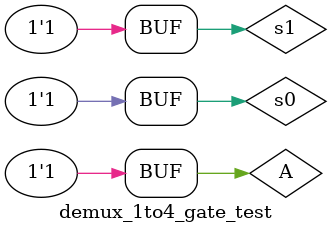
<source format=sv>
module demux_1to4_gate_test;
wire  y3, y2, y1, y0;
  reg s1, s0,A;
  demux_1to4_gate dut(.A(A),
    .s1(s1),
    .s0(s0),
    .y3(y3),
    .y2(y2),
    .y1(y1),
    .y0(y0)
  );
  initial begin
    $monitor("Time=%0t | A=%b S1=%b S0=%b | y3=%b y2=%b y1=%b y0=%b", 
         $time, A, s1, s0, y3, y2, y1, y0);
    A=1'b1;
    for (integer i = 0; i <4; i = i + 1) begin    
      #10; {s1, s0}=i;          
            end
  end
  initial begin
    $dumpfile("dump.vcd");
    $dumpvars(0,A,s1, s0,y3, y2, y1, y0);
  end 
endmodule

</source>
